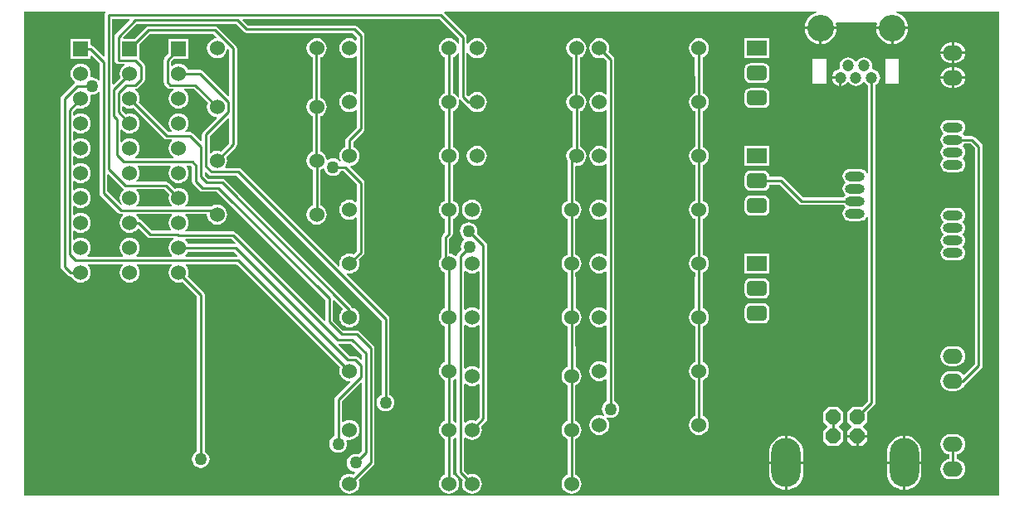
<source format=gtl>
G04 Layer_Physical_Order=1*
G04 Layer_Color=25308*
%FSLAX24Y24*%
%MOIN*%
G70*
G01*
G75*
%ADD10C,0.0100*%
%ADD11O,0.1181X0.1969*%
%ADD12P,0.0639X8X22.5*%
%ADD13O,0.0800X0.0600*%
%ADD14C,0.0472*%
%ADD15C,0.1070*%
%ADD16C,0.0600*%
%ADD17R,0.0600X0.0600*%
G04:AMPARAMS|DCode=18|XSize=60mil|YSize=80mil|CornerRadius=15mil|HoleSize=0mil|Usage=FLASHONLY|Rotation=270.000|XOffset=0mil|YOffset=0mil|HoleType=Round|Shape=RoundedRectangle|*
%AMROUNDEDRECTD18*
21,1,0.0600,0.0500,0,0,270.0*
21,1,0.0300,0.0800,0,0,270.0*
1,1,0.0300,-0.0250,-0.0150*
1,1,0.0300,-0.0250,0.0150*
1,1,0.0300,0.0250,0.0150*
1,1,0.0300,0.0250,-0.0150*
%
%ADD18ROUNDEDRECTD18*%
%ADD19R,0.0800X0.0600*%
%ADD20O,0.0787X0.0394*%
%ADD21C,0.0500*%
G36*
X18182Y25140D02*
Y24139D01*
X17838Y23795D01*
X17789Y23815D01*
X17685Y23829D01*
X17581Y23815D01*
X17483Y23775D01*
X17438Y23740D01*
X17388Y23764D01*
Y24412D01*
X18136Y25160D01*
X18182Y25140D01*
D02*
G37*
G36*
X13971Y25576D02*
X14069Y25536D01*
X14173Y25522D01*
X14278Y25536D01*
X14326Y25556D01*
X15560Y24322D01*
X15610Y24289D01*
X15668Y24277D01*
X15861D01*
X15878Y24227D01*
X15856Y24210D01*
X15792Y24127D01*
X15752Y24030D01*
X15738Y23925D01*
X15752Y23821D01*
X15792Y23723D01*
X15856Y23640D01*
X15931Y23583D01*
X15924Y23545D01*
X15918Y23533D01*
X14397D01*
X14391Y23545D01*
X14384Y23583D01*
X14459Y23640D01*
X14523Y23723D01*
X14563Y23821D01*
X14577Y23925D01*
X14563Y24030D01*
X14523Y24127D01*
X14459Y24210D01*
X14375Y24275D01*
X14278Y24315D01*
X14173Y24329D01*
X14069Y24315D01*
X13971Y24275D01*
X13888Y24210D01*
X13853Y24165D01*
X13803Y24182D01*
Y24669D01*
X13853Y24686D01*
X13888Y24640D01*
X13971Y24576D01*
X14069Y24536D01*
X14173Y24522D01*
X14278Y24536D01*
X14375Y24576D01*
X14459Y24640D01*
X14523Y24723D01*
X14563Y24821D01*
X14577Y24925D01*
X14563Y25030D01*
X14523Y25127D01*
X14459Y25210D01*
X14375Y25275D01*
X14278Y25315D01*
X14173Y25329D01*
X14069Y25315D01*
X14020Y25295D01*
X13876Y25439D01*
Y25586D01*
X13926Y25611D01*
X13971Y25576D01*
D02*
G37*
G36*
X13892Y22322D02*
X13923Y22301D01*
X13930Y22249D01*
X13929Y22242D01*
X13888Y22210D01*
X13824Y22127D01*
X13784Y22030D01*
X13770Y21925D01*
X13784Y21821D01*
X13824Y21723D01*
X13858Y21679D01*
X13820Y21646D01*
X13276Y22190D01*
Y22872D01*
X13322Y22891D01*
X13892Y22322D01*
D02*
G37*
G36*
X16682Y23172D02*
Y22600D01*
X16694Y22541D01*
X16727Y22492D01*
X16995Y22224D01*
X17044Y22191D01*
X17103Y22179D01*
X17674D01*
X22035Y17819D01*
Y17012D01*
X21985Y16991D01*
X18438Y20538D01*
X18389Y20571D01*
X18330Y20583D01*
X16431D01*
X16414Y20630D01*
X16427Y20640D01*
X16491Y20723D01*
X16531Y20821D01*
X16545Y20925D01*
X16531Y21030D01*
X16491Y21127D01*
X16427Y21210D01*
X16405Y21227D01*
X16422Y21277D01*
X17266D01*
X17282Y21260D01*
X17295Y21155D01*
X17336Y21058D01*
X17400Y20975D01*
X17483Y20910D01*
X17581Y20870D01*
X17685Y20856D01*
X17789Y20870D01*
X17887Y20910D01*
X17970Y20975D01*
X18034Y21058D01*
X18075Y21155D01*
X18088Y21260D01*
X18075Y21364D01*
X18034Y21462D01*
X17970Y21545D01*
X17887Y21609D01*
X17789Y21650D01*
X17685Y21663D01*
X17581Y21650D01*
X17483Y21609D01*
X17449Y21583D01*
X16431D01*
X16414Y21630D01*
X16427Y21640D01*
X16491Y21723D01*
X16531Y21821D01*
X16545Y21925D01*
X16531Y22030D01*
X16491Y22127D01*
X16427Y22210D01*
X16343Y22275D01*
X16246Y22315D01*
X16142Y22329D01*
X16037Y22315D01*
X15989Y22295D01*
X15745Y22538D01*
X15695Y22571D01*
X15637Y22583D01*
X14462D01*
X14446Y22630D01*
X14459Y22640D01*
X14523Y22723D01*
X14563Y22821D01*
X14577Y22925D01*
X14563Y23030D01*
X14523Y23127D01*
X14484Y23177D01*
X14509Y23227D01*
X15806D01*
X15831Y23177D01*
X15792Y23127D01*
X15752Y23030D01*
X15738Y22925D01*
X15752Y22821D01*
X15792Y22723D01*
X15856Y22640D01*
X15940Y22576D01*
X16037Y22536D01*
X16142Y22522D01*
X16246Y22536D01*
X16343Y22576D01*
X16427Y22640D01*
X16491Y22723D01*
X16531Y22821D01*
X16545Y22925D01*
X16531Y23030D01*
X16491Y23127D01*
X16453Y23177D01*
X16477Y23227D01*
X16627D01*
X16682Y23172D01*
D02*
G37*
G36*
X12970Y26190D02*
Y22127D01*
X12982Y22068D01*
X13015Y22019D01*
X13712Y21322D01*
X13761Y21289D01*
X13820Y21277D01*
X13893D01*
X13910Y21227D01*
X13888Y21210D01*
X13824Y21127D01*
X13784Y21030D01*
X13770Y20925D01*
X13784Y20821D01*
X13824Y20723D01*
X13888Y20640D01*
X13971Y20576D01*
X14069Y20536D01*
X14173Y20522D01*
X14278Y20536D01*
X14375Y20576D01*
X14459Y20640D01*
X14495Y20688D01*
X14562Y20692D01*
X14892Y20362D01*
X14941Y20329D01*
X15000Y20317D01*
X15917D01*
X15922Y20309D01*
X15930Y20267D01*
X15856Y20210D01*
X15792Y20127D01*
X15752Y20030D01*
X15738Y19925D01*
X15752Y19821D01*
X15792Y19723D01*
X15856Y19640D01*
X15879Y19623D01*
X15862Y19573D01*
X14453D01*
X14436Y19623D01*
X14459Y19640D01*
X14523Y19723D01*
X14563Y19821D01*
X14577Y19925D01*
X14563Y20030D01*
X14523Y20127D01*
X14459Y20210D01*
X14375Y20275D01*
X14278Y20315D01*
X14173Y20329D01*
X14069Y20315D01*
X13971Y20275D01*
X13888Y20210D01*
X13824Y20127D01*
X13784Y20030D01*
X13770Y19925D01*
X13784Y19821D01*
X13824Y19723D01*
X13888Y19640D01*
X13910Y19623D01*
X13893Y19573D01*
X12485D01*
X12468Y19623D01*
X12490Y19640D01*
X12554Y19723D01*
X12594Y19821D01*
X12608Y19925D01*
X12594Y20030D01*
X12554Y20127D01*
X12490Y20210D01*
X12406Y20275D01*
X12309Y20315D01*
X12205Y20329D01*
X12100Y20315D01*
X12003Y20275D01*
X11953Y20236D01*
X11903Y20261D01*
Y20590D01*
X11953Y20614D01*
X12003Y20576D01*
X12100Y20536D01*
X12205Y20522D01*
X12309Y20536D01*
X12406Y20576D01*
X12490Y20640D01*
X12554Y20723D01*
X12594Y20821D01*
X12608Y20925D01*
X12594Y21030D01*
X12554Y21127D01*
X12490Y21210D01*
X12406Y21275D01*
X12309Y21315D01*
X12205Y21329D01*
X12100Y21315D01*
X12003Y21275D01*
X11953Y21236D01*
X11903Y21261D01*
Y21590D01*
X11953Y21614D01*
X12003Y21576D01*
X12100Y21535D01*
X12205Y21522D01*
X12309Y21535D01*
X12406Y21576D01*
X12490Y21640D01*
X12554Y21723D01*
X12594Y21821D01*
X12608Y21925D01*
X12594Y22030D01*
X12554Y22127D01*
X12490Y22210D01*
X12406Y22275D01*
X12309Y22315D01*
X12205Y22329D01*
X12100Y22315D01*
X12003Y22275D01*
X11953Y22236D01*
X11903Y22261D01*
Y22590D01*
X11953Y22614D01*
X12003Y22576D01*
X12100Y22536D01*
X12205Y22522D01*
X12309Y22536D01*
X12406Y22576D01*
X12490Y22640D01*
X12554Y22723D01*
X12594Y22821D01*
X12608Y22925D01*
X12594Y23030D01*
X12554Y23127D01*
X12490Y23210D01*
X12406Y23275D01*
X12309Y23315D01*
X12205Y23329D01*
X12100Y23315D01*
X12003Y23275D01*
X11953Y23236D01*
X11903Y23261D01*
Y23590D01*
X11953Y23614D01*
X12003Y23576D01*
X12100Y23535D01*
X12205Y23522D01*
X12309Y23535D01*
X12406Y23576D01*
X12490Y23640D01*
X12554Y23723D01*
X12594Y23821D01*
X12608Y23925D01*
X12594Y24030D01*
X12554Y24127D01*
X12490Y24210D01*
X12406Y24275D01*
X12309Y24315D01*
X12205Y24329D01*
X12100Y24315D01*
X12003Y24275D01*
X11953Y24236D01*
X11903Y24261D01*
Y24590D01*
X11953Y24614D01*
X12003Y24576D01*
X12100Y24536D01*
X12205Y24522D01*
X12309Y24536D01*
X12406Y24576D01*
X12490Y24640D01*
X12554Y24723D01*
X12594Y24821D01*
X12608Y24925D01*
X12594Y25030D01*
X12554Y25127D01*
X12490Y25210D01*
X12406Y25275D01*
X12309Y25315D01*
X12205Y25329D01*
X12100Y25315D01*
X12003Y25275D01*
X11953Y25236D01*
X11903Y25261D01*
Y25407D01*
X12052Y25556D01*
X12100Y25536D01*
X12205Y25522D01*
X12309Y25536D01*
X12406Y25576D01*
X12490Y25640D01*
X12554Y25723D01*
X12594Y25821D01*
X12608Y25925D01*
X12594Y26030D01*
X12590Y26041D01*
X12620Y26081D01*
X12650Y26077D01*
X12741Y26089D01*
X12827Y26124D01*
X12900Y26180D01*
X12920Y26207D01*
X12970Y26190D01*
D02*
G37*
G36*
X14185Y29081D02*
X13612Y28508D01*
X13579Y28459D01*
X13567Y28400D01*
Y27470D01*
X13579Y27411D01*
X13612Y27362D01*
X13661Y27329D01*
X13720Y27317D01*
X13949D01*
X13953Y27309D01*
X13962Y27267D01*
X13888Y27210D01*
X13824Y27127D01*
X13784Y27030D01*
X13770Y26925D01*
X13784Y26821D01*
X13804Y26772D01*
X13522Y26491D01*
X13476Y26510D01*
Y29127D01*
X14165D01*
X14185Y29081D01*
D02*
G37*
G36*
X27407Y27760D02*
Y26000D01*
X27414Y25963D01*
X27366Y25948D01*
X27349Y25989D01*
X27285Y26073D01*
X27202Y26137D01*
X27153Y26157D01*
Y27583D01*
X27202Y27603D01*
X27285Y27667D01*
X27349Y27751D01*
X27357Y27770D01*
X27407Y27760D01*
D02*
G37*
G36*
X17660Y28403D02*
X17642Y28351D01*
X17581Y28342D01*
X17483Y28302D01*
X17400Y28238D01*
X17336Y28154D01*
X17295Y28057D01*
X17282Y27953D01*
X17295Y27848D01*
X17336Y27751D01*
X17400Y27667D01*
X17483Y27603D01*
X17581Y27563D01*
X17685Y27549D01*
X17789Y27563D01*
X17887Y27603D01*
X17970Y27667D01*
X18034Y27751D01*
X18075Y27848D01*
X18083Y27910D01*
X18136Y27928D01*
X18182Y27882D01*
Y26035D01*
X18136Y26015D01*
X17118Y27033D01*
X17068Y27067D01*
X17010Y27078D01*
X16511D01*
X16491Y27127D01*
X16427Y27210D01*
X16343Y27275D01*
X16246Y27315D01*
X16142Y27329D01*
X16037Y27315D01*
X15940Y27275D01*
X15893Y27238D01*
X15843Y27263D01*
Y27410D01*
X15958Y27525D01*
X16542D01*
Y28325D01*
X15742D01*
Y27741D01*
X15582Y27582D01*
X15549Y27532D01*
X15537Y27473D01*
Y26580D01*
X15549Y26521D01*
X15582Y26472D01*
X15692Y26362D01*
X15741Y26329D01*
X15751Y26327D01*
X15800Y26317D01*
X15917D01*
X15922Y26309D01*
X15930Y26267D01*
X15856Y26210D01*
X15792Y26127D01*
X15752Y26030D01*
X15738Y25925D01*
X15752Y25821D01*
X15792Y25723D01*
X15856Y25640D01*
X15940Y25576D01*
X16037Y25536D01*
X16142Y25522D01*
X16246Y25536D01*
X16343Y25576D01*
X16427Y25640D01*
X16491Y25723D01*
X16531Y25821D01*
X16545Y25925D01*
X16531Y26030D01*
X16491Y26127D01*
X16427Y26210D01*
X16353Y26267D01*
X16362Y26309D01*
X16366Y26317D01*
X16742D01*
X17316Y25744D01*
X17295Y25695D01*
X17282Y25591D01*
X17295Y25486D01*
X17336Y25389D01*
X17400Y25305D01*
X17483Y25241D01*
X17581Y25201D01*
X17663Y25190D01*
X17682Y25139D01*
X17127Y24583D01*
X17094Y24534D01*
X17082Y24475D01*
Y24235D01*
X17036Y24215D01*
X16713Y24538D01*
X16664Y24571D01*
X16605Y24583D01*
X16431D01*
X16414Y24630D01*
X16427Y24640D01*
X16491Y24723D01*
X16531Y24821D01*
X16545Y24925D01*
X16531Y25030D01*
X16491Y25127D01*
X16427Y25210D01*
X16343Y25275D01*
X16246Y25315D01*
X16142Y25329D01*
X16037Y25315D01*
X15940Y25275D01*
X15856Y25210D01*
X15792Y25127D01*
X15752Y25030D01*
X15738Y24925D01*
X15752Y24821D01*
X15792Y24723D01*
X15856Y24640D01*
X15869Y24630D01*
X15853Y24583D01*
X15732D01*
X14543Y25772D01*
X14563Y25821D01*
X14577Y25925D01*
X14563Y26030D01*
X14523Y26127D01*
X14459Y26210D01*
X14385Y26267D01*
X14393Y26309D01*
X14398Y26317D01*
X14400D01*
X14459Y26329D01*
X14508Y26362D01*
X14738Y26592D01*
X14771Y26641D01*
X14783Y26700D01*
Y27240D01*
X14771Y27299D01*
X14738Y27348D01*
X14599Y27487D01*
X14573Y27525D01*
X14573D01*
X14573Y27525D01*
Y28109D01*
X14991Y28527D01*
X17537D01*
X17660Y28403D01*
D02*
G37*
G36*
X15772Y22078D02*
X15752Y22030D01*
X15738Y21925D01*
X15752Y21821D01*
X15792Y21723D01*
X15856Y21640D01*
X15869Y21630D01*
X15853Y21583D01*
X14462D01*
X14446Y21630D01*
X14459Y21640D01*
X14523Y21723D01*
X14563Y21821D01*
X14577Y21925D01*
X14563Y22030D01*
X14523Y22127D01*
X14459Y22210D01*
X14437Y22227D01*
X14454Y22277D01*
X15574D01*
X15772Y22078D01*
D02*
G37*
G36*
X27720Y16777D02*
X27817Y16736D01*
X27921Y16723D01*
X28026Y16736D01*
X28123Y16777D01*
X28177Y16818D01*
X28227Y16793D01*
Y15096D01*
X28177Y15072D01*
X28123Y15113D01*
X28026Y15153D01*
X27921Y15167D01*
X27817Y15153D01*
X27720Y15113D01*
X27663Y15070D01*
X27613Y15094D01*
Y16795D01*
X27663Y16820D01*
X27720Y16777D01*
D02*
G37*
G36*
X23497Y15619D02*
Y15435D01*
X23451Y15415D01*
X23347Y15519D01*
X23298Y15552D01*
X23239Y15564D01*
X23003D01*
X22551Y16015D01*
X22572Y16065D01*
X23050D01*
X23497Y15619D01*
D02*
G37*
G36*
X27307Y14629D02*
Y12930D01*
X27257Y12905D01*
X27202Y12948D01*
X27153Y12968D01*
Y14591D01*
X27202Y14611D01*
X27257Y14654D01*
X27307Y14629D01*
D02*
G37*
G36*
X27720Y14414D02*
X27817Y14374D01*
X27921Y14360D01*
X28026Y14374D01*
X28123Y14414D01*
X28177Y14456D01*
X28227Y14431D01*
Y13121D01*
X28074Y12968D01*
X28026Y12988D01*
X27921Y13002D01*
X27817Y12988D01*
X27720Y12948D01*
X27663Y12904D01*
X27613Y12929D01*
Y14433D01*
X27663Y14458D01*
X27720Y14414D01*
D02*
G37*
G36*
X18416Y20128D02*
X18395Y20078D01*
X16511D01*
X16491Y20127D01*
X16427Y20210D01*
X16405Y20227D01*
X16422Y20277D01*
X18267D01*
X18416Y20128D01*
D02*
G37*
G36*
X15878Y21227D02*
X15856Y21210D01*
X15792Y21127D01*
X15752Y21030D01*
X15738Y20925D01*
X15752Y20821D01*
X15792Y20723D01*
X15831Y20673D01*
X15806Y20623D01*
X15063D01*
X14653Y21033D01*
X14603Y21067D01*
X14545Y21078D01*
X14543D01*
X14523Y21127D01*
X14459Y21210D01*
X14437Y21227D01*
X14454Y21277D01*
X15861D01*
X15878Y21227D01*
D02*
G37*
G36*
X27720Y18942D02*
X27817Y18902D01*
X27921Y18888D01*
X28026Y18902D01*
X28123Y18942D01*
X28177Y18983D01*
X28227Y18959D01*
Y17459D01*
X28177Y17434D01*
X28123Y17475D01*
X28026Y17516D01*
X27921Y17529D01*
X27817Y17516D01*
X27720Y17475D01*
X27663Y17432D01*
X27613Y17457D01*
Y18961D01*
X27663Y18985D01*
X27720Y18942D01*
D02*
G37*
G36*
X18511Y19623D02*
X18490Y19573D01*
X16422D01*
X16405Y19623D01*
X16427Y19640D01*
X16491Y19723D01*
X16511Y19772D01*
X18361D01*
X18511Y19623D01*
D02*
G37*
G36*
X18752Y28612D02*
X18801Y28579D01*
X18860Y28567D01*
X23137D01*
X23297Y28407D01*
Y28292D01*
X23247Y28267D01*
X23202Y28302D01*
X23104Y28342D01*
X23000Y28356D01*
X22896Y28342D01*
X22798Y28302D01*
X22715Y28238D01*
X22651Y28154D01*
X22610Y28057D01*
X22597Y27953D01*
X22610Y27848D01*
X22651Y27751D01*
X22715Y27667D01*
X22798Y27603D01*
X22896Y27563D01*
X23000Y27549D01*
X23104Y27563D01*
X23202Y27603D01*
X23247Y27638D01*
X23297Y27613D01*
Y26127D01*
X23247Y26102D01*
X23202Y26137D01*
X23104Y26177D01*
X23000Y26191D01*
X22896Y26177D01*
X22798Y26137D01*
X22715Y26073D01*
X22651Y25989D01*
X22610Y25892D01*
X22597Y25787D01*
X22610Y25683D01*
X22651Y25586D01*
X22715Y25502D01*
X22798Y25438D01*
X22896Y25398D01*
X23000Y25384D01*
X23104Y25398D01*
X23202Y25438D01*
X23247Y25473D01*
X23297Y25448D01*
Y24773D01*
X22892Y24368D01*
X22859Y24319D01*
X22847Y24260D01*
Y23992D01*
X22798Y23971D01*
X22715Y23907D01*
X22651Y23824D01*
X22610Y23726D01*
X22597Y23622D01*
X22610Y23518D01*
X22651Y23420D01*
X22610Y23393D01*
X22590Y23420D01*
X22517Y23476D01*
X22431Y23511D01*
X22340Y23523D01*
X22249Y23511D01*
X22163Y23476D01*
X22135Y23454D01*
X22082Y23476D01*
X22075Y23530D01*
X22034Y23627D01*
X21970Y23710D01*
X21887Y23775D01*
X21833Y23797D01*
Y25219D01*
X21887Y25241D01*
X21970Y25305D01*
X22034Y25389D01*
X22075Y25486D01*
X22088Y25591D01*
X22075Y25695D01*
X22034Y25792D01*
X21970Y25876D01*
X21887Y25940D01*
X21833Y25962D01*
Y27581D01*
X21887Y27603D01*
X21970Y27667D01*
X22034Y27751D01*
X22075Y27848D01*
X22088Y27953D01*
X22075Y28057D01*
X22034Y28154D01*
X21970Y28238D01*
X21887Y28302D01*
X21789Y28342D01*
X21685Y28356D01*
X21581Y28342D01*
X21483Y28302D01*
X21400Y28238D01*
X21336Y28154D01*
X21295Y28057D01*
X21282Y27953D01*
X21295Y27848D01*
X21336Y27751D01*
X21400Y27667D01*
X21483Y27603D01*
X21527Y27585D01*
Y25958D01*
X21483Y25940D01*
X21400Y25876D01*
X21336Y25792D01*
X21295Y25695D01*
X21282Y25591D01*
X21295Y25486D01*
X21336Y25389D01*
X21400Y25305D01*
X21483Y25241D01*
X21527Y25223D01*
Y23793D01*
X21483Y23775D01*
X21400Y23710D01*
X21336Y23627D01*
X21295Y23530D01*
X21282Y23425D01*
X21295Y23321D01*
X21336Y23223D01*
X21400Y23140D01*
X21483Y23076D01*
X21532Y23056D01*
Y22935D01*
X21536Y22917D01*
X21537Y22910D01*
Y21632D01*
X21483Y21609D01*
X21400Y21545D01*
X21336Y21462D01*
X21295Y21364D01*
X21282Y21260D01*
X21295Y21155D01*
X21336Y21058D01*
X21400Y20975D01*
X21483Y20910D01*
X21581Y20870D01*
X21685Y20856D01*
X21789Y20870D01*
X21887Y20910D01*
X21970Y20975D01*
X22034Y21058D01*
X22075Y21155D01*
X22088Y21260D01*
X22075Y21364D01*
X22034Y21462D01*
X21970Y21545D01*
X21887Y21609D01*
X21843Y21627D01*
Y22930D01*
X21838Y22955D01*
Y23056D01*
X21887Y23076D01*
X21943Y23119D01*
X21997Y23097D01*
X21999Y23079D01*
X22034Y22993D01*
X22090Y22920D01*
X22163Y22864D01*
X22249Y22829D01*
X22340Y22817D01*
X22431Y22829D01*
X22517Y22864D01*
X22590Y22920D01*
X22646Y22993D01*
X22655Y23017D01*
X22757D01*
X23297Y22477D01*
Y21796D01*
X23247Y21771D01*
X23202Y21806D01*
X23104Y21846D01*
X23000Y21860D01*
X22896Y21846D01*
X22798Y21806D01*
X22715Y21742D01*
X22651Y21658D01*
X22610Y21561D01*
X22597Y21457D01*
X22610Y21352D01*
X22651Y21255D01*
X22715Y21171D01*
X22798Y21107D01*
X22896Y21067D01*
X23000Y21053D01*
X23104Y21067D01*
X23202Y21107D01*
X23247Y21142D01*
X23297Y21117D01*
Y19805D01*
X23153Y19661D01*
X23104Y19681D01*
X23000Y19695D01*
X22896Y19681D01*
X22798Y19641D01*
X22715Y19577D01*
X22651Y19493D01*
X22610Y19396D01*
X22597Y19291D01*
X22609Y19198D01*
X22578Y19177D01*
X22564Y19172D01*
X18653Y23083D01*
X18603Y23117D01*
X18545Y23128D01*
X18024D01*
X18000Y23178D01*
X18034Y23223D01*
X18075Y23321D01*
X18088Y23425D01*
X18075Y23530D01*
X18055Y23578D01*
X18443Y23967D01*
X18476Y24017D01*
X18488Y24075D01*
Y27945D01*
X18476Y28003D01*
X18443Y28053D01*
X17708Y28788D01*
X17659Y28821D01*
X17600Y28833D01*
X14928D01*
X14879Y28823D01*
X14869Y28821D01*
X14820Y28788D01*
X14357Y28325D01*
X13932D01*
X13911Y28375D01*
X14463Y28927D01*
X18437D01*
X18752Y28612D01*
D02*
G37*
G36*
X49110Y9945D02*
X9945D01*
Y29425D01*
X13194D01*
X13210Y29389D01*
X13213Y29375D01*
X13182Y29329D01*
X13170Y29270D01*
Y27637D01*
X13124Y27617D01*
X12708Y28033D01*
X12659Y28066D01*
X12605Y28077D01*
Y28325D01*
X11805D01*
Y27525D01*
X12605D01*
Y27639D01*
X12651Y27658D01*
X12970Y27339D01*
Y26670D01*
X12920Y26653D01*
X12900Y26680D01*
X12827Y26736D01*
X12741Y26771D01*
X12650Y26783D01*
X12624Y26780D01*
X12603Y26808D01*
X12595Y26826D01*
X12608Y26925D01*
X12594Y27030D01*
X12554Y27127D01*
X12490Y27210D01*
X12406Y27275D01*
X12309Y27315D01*
X12205Y27329D01*
X12100Y27315D01*
X12003Y27275D01*
X11919Y27210D01*
X11855Y27127D01*
X11815Y27030D01*
X11801Y26925D01*
X11815Y26821D01*
X11855Y26723D01*
X11919Y26640D01*
X11959Y26610D01*
X11957Y26548D01*
X11942Y26538D01*
X11442Y26038D01*
X11409Y25989D01*
X11397Y25930D01*
Y19170D01*
X11409Y19111D01*
X11442Y19062D01*
X11687Y18817D01*
X11736Y18784D01*
X11746Y18782D01*
X11795Y18772D01*
X11835D01*
X11855Y18723D01*
X11919Y18640D01*
X12003Y18576D01*
X12100Y18535D01*
X12205Y18522D01*
X12309Y18535D01*
X12406Y18576D01*
X12490Y18640D01*
X12554Y18723D01*
X12594Y18821D01*
X12608Y18925D01*
X12594Y19030D01*
X12554Y19127D01*
X12490Y19210D01*
X12478Y19220D01*
X12494Y19267D01*
X13884D01*
X13900Y19220D01*
X13888Y19210D01*
X13824Y19127D01*
X13784Y19030D01*
X13770Y18925D01*
X13784Y18821D01*
X13824Y18723D01*
X13888Y18640D01*
X13971Y18576D01*
X14069Y18535D01*
X14173Y18522D01*
X14278Y18535D01*
X14375Y18576D01*
X14459Y18640D01*
X14523Y18723D01*
X14563Y18821D01*
X14577Y18925D01*
X14563Y19030D01*
X14523Y19127D01*
X14459Y19210D01*
X14446Y19220D01*
X14463Y19267D01*
X15852D01*
X15868Y19220D01*
X15856Y19210D01*
X15792Y19127D01*
X15752Y19030D01*
X15738Y18925D01*
X15752Y18821D01*
X15792Y18723D01*
X15856Y18640D01*
X15940Y18576D01*
X16037Y18535D01*
X16142Y18522D01*
X16246Y18535D01*
X16295Y18556D01*
X16877Y17974D01*
Y11735D01*
X16853Y11726D01*
X16780Y11670D01*
X16724Y11597D01*
X16689Y11511D01*
X16677Y11420D01*
X16689Y11329D01*
X16724Y11243D01*
X16780Y11170D01*
X16853Y11114D01*
X16939Y11079D01*
X17030Y11067D01*
X17121Y11079D01*
X17207Y11114D01*
X17280Y11170D01*
X17336Y11243D01*
X17371Y11329D01*
X17383Y11420D01*
X17371Y11511D01*
X17336Y11597D01*
X17280Y11670D01*
X17207Y11726D01*
X17183Y11735D01*
Y18037D01*
X17171Y18095D01*
X17138Y18145D01*
X16511Y18772D01*
X16531Y18821D01*
X16545Y18925D01*
X16531Y19030D01*
X16491Y19127D01*
X16427Y19210D01*
X16415Y19220D01*
X16431Y19267D01*
X18477D01*
X22631Y15114D01*
X22610Y15065D01*
X22597Y14961D01*
X22610Y14856D01*
X22651Y14759D01*
X22715Y14675D01*
X22798Y14611D01*
X22896Y14571D01*
X23000Y14557D01*
X23016Y14559D01*
X23038Y14514D01*
X22442Y13918D01*
X22409Y13869D01*
X22397Y13810D01*
Y12355D01*
X22373Y12346D01*
X22300Y12290D01*
X22244Y12217D01*
X22209Y12131D01*
X22197Y12040D01*
X22209Y11949D01*
X22244Y11863D01*
X22300Y11790D01*
X22373Y11734D01*
X22459Y11699D01*
X22550Y11687D01*
X22641Y11699D01*
X22727Y11734D01*
X22800Y11790D01*
X22856Y11863D01*
X22891Y11949D01*
X22903Y12040D01*
X22891Y12131D01*
X22878Y12163D01*
X22882Y12172D01*
X22914Y12206D01*
X23000Y12195D01*
X23104Y12209D01*
X23202Y12249D01*
X23285Y12313D01*
X23349Y12397D01*
X23390Y12494D01*
X23403Y12598D01*
X23390Y12703D01*
X23349Y12800D01*
X23285Y12884D01*
X23202Y12948D01*
X23104Y12988D01*
X23000Y13002D01*
X22896Y12988D01*
X22798Y12948D01*
X22753Y12913D01*
X22703Y12938D01*
Y13747D01*
X23451Y14495D01*
X23497Y14475D01*
Y11743D01*
X23365Y11611D01*
X23341Y11621D01*
X23250Y11633D01*
X23159Y11621D01*
X23073Y11586D01*
X23000Y11530D01*
X22944Y11457D01*
X22909Y11371D01*
X22897Y11280D01*
X22909Y11189D01*
X22944Y11103D01*
X23000Y11030D01*
X23073Y10974D01*
X23159Y10939D01*
X23212Y10932D01*
X23230Y10879D01*
X23153Y10803D01*
X23104Y10823D01*
X23000Y10837D01*
X22896Y10823D01*
X22798Y10782D01*
X22715Y10718D01*
X22651Y10635D01*
X22610Y10538D01*
X22597Y10433D01*
X22610Y10329D01*
X22651Y10231D01*
X22715Y10148D01*
X22798Y10084D01*
X22896Y10043D01*
X23000Y10030D01*
X23104Y10043D01*
X23202Y10084D01*
X23285Y10148D01*
X23349Y10231D01*
X23390Y10329D01*
X23403Y10433D01*
X23390Y10538D01*
X23370Y10586D01*
X23958Y11175D01*
X23991Y11225D01*
X24003Y11283D01*
Y15882D01*
X23991Y15940D01*
X23958Y15990D01*
X23395Y16554D01*
X23345Y16587D01*
X23286Y16598D01*
X22748D01*
X22341Y17005D01*
Y17807D01*
X22387Y17826D01*
X22738Y17476D01*
X22734Y17426D01*
X22715Y17411D01*
X22651Y17328D01*
X22610Y17230D01*
X22597Y17126D01*
X22610Y17022D01*
X22651Y16924D01*
X22715Y16841D01*
X22798Y16777D01*
X22896Y16736D01*
X23000Y16723D01*
X23104Y16736D01*
X23202Y16777D01*
X23285Y16841D01*
X23349Y16924D01*
X23390Y17022D01*
X23403Y17126D01*
X23390Y17230D01*
X23349Y17328D01*
X23285Y17411D01*
X23202Y17475D01*
X23130Y17505D01*
X23108Y17538D01*
X17992Y22654D01*
X17942Y22687D01*
X17884Y22699D01*
X17327D01*
X17188Y22839D01*
Y22965D01*
X17234Y22985D01*
X17352Y22867D01*
X17401Y22834D01*
X17460Y22822D01*
X18481D01*
X24297Y17007D01*
Y14015D01*
X24273Y14006D01*
X24200Y13950D01*
X24144Y13877D01*
X24109Y13791D01*
X24097Y13700D01*
X24109Y13609D01*
X24144Y13523D01*
X24200Y13450D01*
X24273Y13394D01*
X24359Y13359D01*
X24450Y13347D01*
X24541Y13359D01*
X24627Y13394D01*
X24700Y13450D01*
X24756Y13523D01*
X24791Y13609D01*
X24803Y13700D01*
X24791Y13791D01*
X24756Y13877D01*
X24700Y13950D01*
X24627Y14006D01*
X24603Y14015D01*
Y17070D01*
X24591Y17129D01*
X24558Y17178D01*
X22881Y18855D01*
X22885Y18870D01*
X22907Y18900D01*
X23000Y18888D01*
X23104Y18902D01*
X23202Y18942D01*
X23285Y19006D01*
X23349Y19090D01*
X23390Y19187D01*
X23403Y19291D01*
X23390Y19396D01*
X23370Y19445D01*
X23558Y19633D01*
X23591Y19683D01*
X23603Y19741D01*
Y22540D01*
X23591Y22599D01*
X23558Y22648D01*
X23034Y23173D01*
X23052Y23225D01*
X23104Y23232D01*
X23202Y23273D01*
X23285Y23337D01*
X23349Y23420D01*
X23390Y23518D01*
X23403Y23622D01*
X23390Y23726D01*
X23349Y23824D01*
X23285Y23907D01*
X23202Y23971D01*
X23153Y23992D01*
Y24197D01*
X23558Y24602D01*
X23591Y24651D01*
X23603Y24710D01*
Y28470D01*
X23593Y28519D01*
X23591Y28529D01*
X23558Y28578D01*
X23308Y28828D01*
X23259Y28861D01*
X23200Y28873D01*
X18923D01*
X18715Y29081D01*
X18735Y29127D01*
X26617D01*
X27407Y28337D01*
Y28146D01*
X27357Y28136D01*
X27349Y28154D01*
X27285Y28238D01*
X27202Y28302D01*
X27104Y28342D01*
X27000Y28356D01*
X26896Y28342D01*
X26798Y28302D01*
X26715Y28238D01*
X26651Y28154D01*
X26610Y28057D01*
X26597Y27953D01*
X26610Y27848D01*
X26651Y27751D01*
X26715Y27667D01*
X26798Y27603D01*
X26847Y27583D01*
Y26157D01*
X26798Y26137D01*
X26715Y26073D01*
X26651Y25989D01*
X26610Y25892D01*
X26597Y25787D01*
X26610Y25683D01*
X26651Y25586D01*
X26715Y25502D01*
X26798Y25438D01*
X26847Y25418D01*
Y23992D01*
X26798Y23971D01*
X26715Y23907D01*
X26651Y23824D01*
X26610Y23726D01*
X26597Y23622D01*
X26610Y23518D01*
X26651Y23420D01*
X26715Y23337D01*
X26798Y23273D01*
X26847Y23252D01*
Y21826D01*
X26798Y21806D01*
X26715Y21742D01*
X26651Y21658D01*
X26610Y21561D01*
X26597Y21457D01*
X26610Y21352D01*
X26651Y21255D01*
X26715Y21171D01*
X26798Y21107D01*
X26847Y21087D01*
Y20543D01*
X26752Y20448D01*
X26719Y20399D01*
X26707Y20340D01*
Y19567D01*
X26651Y19493D01*
X26610Y19396D01*
X26597Y19291D01*
X26610Y19187D01*
X26651Y19090D01*
X26715Y19006D01*
X26798Y18942D01*
X26847Y18922D01*
Y17496D01*
X26798Y17475D01*
X26715Y17411D01*
X26651Y17328D01*
X26610Y17230D01*
X26597Y17126D01*
X26610Y17022D01*
X26651Y16924D01*
X26715Y16841D01*
X26798Y16777D01*
X26847Y16756D01*
Y15330D01*
X26798Y15310D01*
X26715Y15246D01*
X26651Y15162D01*
X26610Y15065D01*
X26597Y14961D01*
X26610Y14856D01*
X26651Y14759D01*
X26715Y14675D01*
X26798Y14611D01*
X26847Y14591D01*
Y12968D01*
X26798Y12948D01*
X26715Y12884D01*
X26651Y12800D01*
X26610Y12703D01*
X26597Y12598D01*
X26610Y12494D01*
X26651Y12397D01*
X26715Y12313D01*
X26798Y12249D01*
X26847Y12229D01*
Y10803D01*
X26798Y10782D01*
X26715Y10718D01*
X26651Y10635D01*
X26610Y10538D01*
X26597Y10433D01*
X26610Y10329D01*
X26651Y10231D01*
X26715Y10148D01*
X26798Y10084D01*
X26896Y10043D01*
X27000Y10030D01*
X27104Y10043D01*
X27202Y10084D01*
X27285Y10148D01*
X27349Y10231D01*
X27390Y10329D01*
X27403Y10433D01*
X27390Y10538D01*
X27349Y10635D01*
X27285Y10718D01*
X27202Y10782D01*
X27153Y10803D01*
Y12229D01*
X27202Y12249D01*
X27257Y12291D01*
X27307Y12267D01*
Y10894D01*
X27319Y10836D01*
X27352Y10786D01*
X27552Y10586D01*
X27532Y10538D01*
X27518Y10433D01*
X27532Y10329D01*
X27572Y10231D01*
X27636Y10148D01*
X27720Y10084D01*
X27817Y10043D01*
X27921Y10030D01*
X28026Y10043D01*
X28123Y10084D01*
X28207Y10148D01*
X28271Y10231D01*
X28311Y10329D01*
X28325Y10433D01*
X28311Y10538D01*
X28271Y10635D01*
X28207Y10718D01*
X28123Y10782D01*
X28026Y10823D01*
X27921Y10837D01*
X27817Y10823D01*
X27768Y10803D01*
X27613Y10958D01*
Y12268D01*
X27663Y12292D01*
X27720Y12249D01*
X27817Y12209D01*
X27921Y12195D01*
X28026Y12209D01*
X28123Y12249D01*
X28207Y12313D01*
X28271Y12397D01*
X28311Y12494D01*
X28325Y12598D01*
X28311Y12703D01*
X28291Y12752D01*
X28488Y12949D01*
X28521Y12999D01*
X28533Y13057D01*
Y20010D01*
X28521Y20069D01*
X28488Y20118D01*
X28121Y20485D01*
X28131Y20509D01*
X28143Y20600D01*
X28131Y20691D01*
X28096Y20777D01*
X28040Y20850D01*
X27967Y20906D01*
X27881Y20941D01*
X27790Y20953D01*
X27699Y20941D01*
X27613Y20906D01*
X27540Y20850D01*
X27484Y20777D01*
X27449Y20691D01*
X27437Y20600D01*
X27449Y20509D01*
X27484Y20423D01*
X27540Y20350D01*
X27605Y20301D01*
X27611Y20265D01*
X27609Y20242D01*
X27580Y20220D01*
X27524Y20147D01*
X27489Y20061D01*
X27477Y19970D01*
X27489Y19879D01*
X27499Y19855D01*
X27352Y19708D01*
X27319Y19659D01*
X27311Y19620D01*
X27268Y19599D01*
X27257Y19598D01*
X27202Y19641D01*
X27104Y19681D01*
X27013Y19693D01*
Y20277D01*
X27108Y20372D01*
X27141Y20421D01*
X27153Y20480D01*
Y21087D01*
X27202Y21107D01*
X27285Y21171D01*
X27349Y21255D01*
X27390Y21352D01*
X27403Y21457D01*
X27390Y21561D01*
X27349Y21658D01*
X27285Y21742D01*
X27202Y21806D01*
X27153Y21826D01*
Y23252D01*
X27202Y23273D01*
X27285Y23337D01*
X27349Y23420D01*
X27390Y23518D01*
X27403Y23622D01*
X27390Y23726D01*
X27349Y23824D01*
X27285Y23907D01*
X27202Y23971D01*
X27153Y23992D01*
Y25418D01*
X27202Y25438D01*
X27285Y25502D01*
X27349Y25586D01*
X27390Y25683D01*
X27403Y25787D01*
X27390Y25892D01*
X27386Y25900D01*
X27431Y25924D01*
X27452Y25892D01*
X27664Y25679D01*
X27714Y25646D01*
X27746Y25640D01*
X27769Y25586D01*
X27833Y25502D01*
X27916Y25438D01*
X28014Y25398D01*
X28118Y25384D01*
X28223Y25398D01*
X28320Y25438D01*
X28403Y25502D01*
X28468Y25586D01*
X28508Y25683D01*
X28522Y25787D01*
X28508Y25892D01*
X28468Y25989D01*
X28403Y26073D01*
X28320Y26137D01*
X28223Y26177D01*
X28118Y26191D01*
X28014Y26177D01*
X27916Y26137D01*
X27833Y26073D01*
X27800Y26030D01*
X27750Y26026D01*
X27713Y26063D01*
Y27755D01*
X27763Y27765D01*
X27769Y27751D01*
X27833Y27667D01*
X27916Y27603D01*
X28014Y27563D01*
X28118Y27549D01*
X28223Y27563D01*
X28320Y27603D01*
X28403Y27667D01*
X28468Y27751D01*
X28508Y27848D01*
X28522Y27953D01*
X28508Y28057D01*
X28468Y28154D01*
X28403Y28238D01*
X28320Y28302D01*
X28223Y28342D01*
X28118Y28356D01*
X28014Y28342D01*
X27916Y28302D01*
X27833Y28238D01*
X27769Y28154D01*
X27763Y28141D01*
X27713Y28150D01*
Y28400D01*
X27701Y28459D01*
X27668Y28508D01*
X26801Y29375D01*
X26819Y29425D01*
X41763D01*
X41770Y29375D01*
X41685Y29349D01*
X41575Y29290D01*
X41478Y29211D01*
X41399Y29114D01*
X41340Y29004D01*
X41303Y28884D01*
X41296Y28810D01*
X42562D01*
X42555Y28884D01*
X42539Y28936D01*
X42569Y28976D01*
X44163Y28976D01*
X44193Y28936D01*
X44177Y28884D01*
X44170Y28810D01*
X45436D01*
X45429Y28884D01*
X45393Y29004D01*
X45334Y29114D01*
X45254Y29211D01*
X45158Y29290D01*
X45047Y29349D01*
X44962Y29375D01*
X44969Y29425D01*
X49110D01*
Y9945D01*
D02*
G37*
%LPC*%
G36*
X45436Y28710D02*
X44853D01*
Y28127D01*
X44928Y28134D01*
X45047Y28170D01*
X45158Y28229D01*
X45254Y28309D01*
X45334Y28405D01*
X45393Y28516D01*
X45429Y28635D01*
X45436Y28710D01*
D02*
G37*
G36*
X47441Y25065D02*
X47047D01*
X46970Y25055D01*
X46898Y25025D01*
X46836Y24977D01*
X46788Y24915D01*
X46758Y24843D01*
X46748Y24766D01*
X46758Y24688D01*
X46788Y24616D01*
X46836Y24554D01*
X46853Y24541D01*
Y24491D01*
X46836Y24477D01*
X46788Y24415D01*
X46758Y24343D01*
X46748Y24266D01*
X46758Y24188D01*
X46788Y24116D01*
X46836Y24054D01*
X46853Y24041D01*
Y23991D01*
X46836Y23977D01*
X46788Y23915D01*
X46758Y23843D01*
X46748Y23766D01*
X46758Y23688D01*
X46788Y23616D01*
X46836Y23554D01*
X46853Y23541D01*
Y23491D01*
X46836Y23477D01*
X46788Y23415D01*
X46758Y23343D01*
X46748Y23266D01*
X46758Y23188D01*
X46788Y23116D01*
X46836Y23054D01*
X46898Y23006D01*
X46970Y22977D01*
X47047Y22966D01*
X47441D01*
X47518Y22977D01*
X47591Y23006D01*
X47653Y23054D01*
X47700Y23116D01*
X47730Y23188D01*
X47740Y23266D01*
X47730Y23343D01*
X47700Y23415D01*
X47653Y23477D01*
X47635Y23491D01*
Y23541D01*
X47653Y23554D01*
X47700Y23616D01*
X47730Y23688D01*
X47740Y23766D01*
X47730Y23843D01*
X47700Y23915D01*
X47653Y23977D01*
X47635Y23991D01*
Y24041D01*
X47653Y24054D01*
X47698Y24113D01*
X47951D01*
X48127Y23937D01*
Y15263D01*
X47694Y14830D01*
X47644Y14833D01*
X47629Y14852D01*
X47546Y14916D01*
X47449Y14957D01*
X47344Y14970D01*
X47144D01*
X47040Y14957D01*
X46942Y14916D01*
X46859Y14852D01*
X46795Y14769D01*
X46754Y14671D01*
X46741Y14567D01*
X46754Y14462D01*
X46795Y14365D01*
X46859Y14282D01*
X46942Y14218D01*
X47040Y14177D01*
X47144Y14163D01*
X47344D01*
X47449Y14177D01*
X47546Y14218D01*
X47629Y14282D01*
X47694Y14365D01*
X47724Y14438D01*
X47755Y14459D01*
X48388Y15092D01*
X48421Y15141D01*
X48433Y15200D01*
Y24000D01*
X48421Y24059D01*
X48388Y24108D01*
X48122Y24374D01*
X48073Y24407D01*
X48014Y24419D01*
X47698D01*
X47653Y24477D01*
X47635Y24491D01*
Y24541D01*
X47653Y24554D01*
X47700Y24616D01*
X47730Y24688D01*
X47740Y24766D01*
X47730Y24843D01*
X47700Y24915D01*
X47653Y24977D01*
X47591Y25025D01*
X47518Y25055D01*
X47441Y25065D01*
D02*
G37*
G36*
X37039Y28356D02*
X36935Y28342D01*
X36838Y28302D01*
X36754Y28238D01*
X36690Y28154D01*
X36650Y28057D01*
X36636Y27953D01*
X36650Y27848D01*
X36690Y27751D01*
X36754Y27667D01*
X36838Y27603D01*
X36877Y27587D01*
Y26870D01*
X36886Y26823D01*
Y26157D01*
X36838Y26137D01*
X36754Y26073D01*
X36690Y25989D01*
X36650Y25892D01*
X36636Y25787D01*
X36650Y25683D01*
X36690Y25586D01*
X36754Y25502D01*
X36838Y25438D01*
X36886Y25418D01*
Y23992D01*
X36838Y23971D01*
X36754Y23907D01*
X36690Y23824D01*
X36650Y23726D01*
X36636Y23622D01*
X36650Y23518D01*
X36690Y23420D01*
X36754Y23337D01*
X36838Y23273D01*
X36887Y23252D01*
Y21827D01*
X36838Y21806D01*
X36754Y21742D01*
X36690Y21658D01*
X36650Y21561D01*
X36636Y21457D01*
X36650Y21352D01*
X36690Y21255D01*
X36754Y21171D01*
X36838Y21107D01*
X36886Y21087D01*
Y19661D01*
X36838Y19641D01*
X36754Y19577D01*
X36690Y19493D01*
X36650Y19396D01*
X36636Y19291D01*
X36650Y19187D01*
X36690Y19090D01*
X36754Y19006D01*
X36838Y18942D01*
X36886Y18922D01*
Y18788D01*
X36877Y18741D01*
Y17492D01*
X36838Y17475D01*
X36754Y17411D01*
X36690Y17328D01*
X36650Y17230D01*
X36636Y17126D01*
X36650Y17022D01*
X36690Y16924D01*
X36754Y16841D01*
X36838Y16777D01*
X36886Y16756D01*
Y16661D01*
X36887Y16658D01*
Y15331D01*
X36838Y15310D01*
X36754Y15246D01*
X36690Y15162D01*
X36650Y15065D01*
X36636Y14961D01*
X36650Y14856D01*
X36690Y14759D01*
X36754Y14675D01*
X36838Y14611D01*
X36887Y14591D01*
Y13165D01*
X36838Y13145D01*
X36754Y13081D01*
X36690Y12997D01*
X36650Y12900D01*
X36636Y12795D01*
X36650Y12691D01*
X36690Y12594D01*
X36754Y12510D01*
X36838Y12446D01*
X36935Y12406D01*
X37039Y12392D01*
X37144Y12406D01*
X37241Y12446D01*
X37325Y12510D01*
X37389Y12594D01*
X37429Y12691D01*
X37443Y12795D01*
X37429Y12900D01*
X37389Y12997D01*
X37325Y13081D01*
X37241Y13145D01*
X37193Y13165D01*
Y14591D01*
X37241Y14611D01*
X37325Y14675D01*
X37389Y14759D01*
X37429Y14856D01*
X37443Y14961D01*
X37429Y15065D01*
X37389Y15162D01*
X37325Y15246D01*
X37241Y15310D01*
X37193Y15330D01*
Y16660D01*
X37192Y16663D01*
Y16756D01*
X37241Y16777D01*
X37325Y16841D01*
X37389Y16924D01*
X37429Y17022D01*
X37443Y17126D01*
X37429Y17230D01*
X37389Y17328D01*
X37325Y17411D01*
X37241Y17475D01*
X37183Y17499D01*
Y18703D01*
X37192Y18750D01*
Y18922D01*
X37241Y18942D01*
X37325Y19006D01*
X37389Y19090D01*
X37429Y19187D01*
X37443Y19291D01*
X37429Y19396D01*
X37389Y19493D01*
X37325Y19577D01*
X37241Y19641D01*
X37192Y19661D01*
Y21087D01*
X37241Y21107D01*
X37325Y21171D01*
X37389Y21255D01*
X37429Y21352D01*
X37443Y21457D01*
X37429Y21561D01*
X37389Y21658D01*
X37325Y21742D01*
X37241Y21806D01*
X37193Y21826D01*
Y23253D01*
X37241Y23273D01*
X37325Y23337D01*
X37389Y23420D01*
X37429Y23518D01*
X37443Y23622D01*
X37429Y23726D01*
X37389Y23824D01*
X37325Y23907D01*
X37241Y23971D01*
X37192Y23992D01*
Y25418D01*
X37241Y25438D01*
X37325Y25502D01*
X37389Y25586D01*
X37429Y25683D01*
X37443Y25787D01*
X37429Y25892D01*
X37389Y25989D01*
X37325Y26073D01*
X37241Y26137D01*
X37192Y26157D01*
Y26861D01*
X37183Y26908D01*
Y27579D01*
X37241Y27603D01*
X37325Y27667D01*
X37389Y27751D01*
X37429Y27848D01*
X37443Y27953D01*
X37429Y28057D01*
X37389Y28154D01*
X37325Y28238D01*
X37241Y28302D01*
X37144Y28342D01*
X37039Y28356D01*
D02*
G37*
G36*
X47344Y15970D02*
X47144D01*
X47040Y15957D01*
X46942Y15916D01*
X46859Y15852D01*
X46795Y15769D01*
X46754Y15671D01*
X46741Y15567D01*
X46754Y15462D01*
X46795Y15365D01*
X46859Y15282D01*
X46942Y15218D01*
X47040Y15177D01*
X47144Y15163D01*
X47344D01*
X47449Y15177D01*
X47546Y15218D01*
X47629Y15282D01*
X47694Y15365D01*
X47734Y15462D01*
X47748Y15567D01*
X47734Y15671D01*
X47694Y15769D01*
X47629Y15852D01*
X47546Y15916D01*
X47449Y15957D01*
X47344Y15970D01*
D02*
G37*
G36*
X39620Y18696D02*
X39120D01*
X39023Y18677D01*
X38940Y18622D01*
X38885Y18539D01*
X38865Y18441D01*
Y18141D01*
X38885Y18044D01*
X38940Y17961D01*
X39023Y17906D01*
X39120Y17886D01*
X39620D01*
X39718Y17906D01*
X39800Y17961D01*
X39856Y18044D01*
X39875Y18141D01*
Y18441D01*
X39856Y18539D01*
X39800Y18622D01*
X39718Y18677D01*
X39620Y18696D01*
D02*
G37*
G36*
X39870Y19691D02*
X38870D01*
Y18891D01*
X39870D01*
Y19691D01*
D02*
G37*
G36*
X42562Y28710D02*
X41979D01*
Y28127D01*
X42054Y28134D01*
X42173Y28170D01*
X42284Y28229D01*
X42380Y28309D01*
X42460Y28405D01*
X42519Y28516D01*
X42555Y28635D01*
X42562Y28710D01*
D02*
G37*
G36*
X44753D02*
X44170D01*
X44177Y28635D01*
X44214Y28516D01*
X44273Y28405D01*
X44352Y28309D01*
X44449Y28229D01*
X44559Y28170D01*
X44679Y28134D01*
X44753Y28127D01*
Y28710D01*
D02*
G37*
G36*
X39620Y17696D02*
X39120D01*
X39023Y17677D01*
X38940Y17622D01*
X38885Y17539D01*
X38865Y17441D01*
Y17141D01*
X38885Y17044D01*
X38940Y16961D01*
X39023Y16906D01*
X39120Y16886D01*
X39620D01*
X39718Y16906D01*
X39800Y16961D01*
X39856Y17044D01*
X39875Y17141D01*
Y17441D01*
X39856Y17539D01*
X39800Y17622D01*
X39718Y17677D01*
X39620Y17696D01*
D02*
G37*
G36*
X43801Y12294D02*
X43456D01*
Y11949D01*
X43603D01*
X43801Y12147D01*
Y12294D01*
D02*
G37*
G36*
X45977Y11228D02*
X45333D01*
Y10195D01*
X45419Y10203D01*
X45549Y10243D01*
X45669Y10307D01*
X45774Y10393D01*
X45860Y10498D01*
X45925Y10618D01*
X45964Y10748D01*
X45977Y10884D01*
Y11228D01*
D02*
G37*
G36*
X47344Y12427D02*
X47144D01*
X47040Y12413D01*
X46942Y12373D01*
X46859Y12309D01*
X46795Y12225D01*
X46754Y12128D01*
X46741Y12024D01*
X46754Y11919D01*
X46795Y11822D01*
X46859Y11738D01*
X46942Y11674D01*
X47040Y11634D01*
X47087Y11628D01*
Y11420D01*
X47040Y11413D01*
X46942Y11373D01*
X46859Y11309D01*
X46795Y11225D01*
X46754Y11128D01*
X46741Y11024D01*
X46754Y10919D01*
X46795Y10822D01*
X46859Y10738D01*
X46942Y10674D01*
X47040Y10634D01*
X47144Y10620D01*
X47344D01*
X47449Y10634D01*
X47546Y10674D01*
X47629Y10738D01*
X47694Y10822D01*
X47734Y10919D01*
X47748Y11024D01*
X47734Y11128D01*
X47694Y11225D01*
X47629Y11309D01*
X47546Y11373D01*
X47449Y11413D01*
X47393Y11421D01*
Y11627D01*
X47449Y11634D01*
X47546Y11674D01*
X47629Y11738D01*
X47694Y11822D01*
X47734Y11919D01*
X47748Y12024D01*
X47734Y12128D01*
X47694Y12225D01*
X47629Y12309D01*
X47546Y12373D01*
X47449Y12413D01*
X47344Y12427D01*
D02*
G37*
G36*
X45233Y11228D02*
X44590D01*
Y10884D01*
X44603Y10748D01*
X44642Y10618D01*
X44707Y10498D01*
X44793Y10393D01*
X44898Y10307D01*
X45018Y10243D01*
X45148Y10203D01*
X45233Y10195D01*
Y11228D01*
D02*
G37*
G36*
X40493D02*
X39849D01*
Y10884D01*
X39863Y10748D01*
X39902Y10618D01*
X39966Y10498D01*
X40053Y10393D01*
X40158Y10307D01*
X40278Y10243D01*
X40408Y10203D01*
X40493Y10195D01*
Y11228D01*
D02*
G37*
G36*
X41237D02*
X40593D01*
Y10195D01*
X40679Y10203D01*
X40809Y10243D01*
X40929Y10307D01*
X41034Y10393D01*
X41120Y10498D01*
X41184Y10618D01*
X41224Y10748D01*
X41237Y10884D01*
Y11228D01*
D02*
G37*
G36*
X40493Y12360D02*
X40408Y12352D01*
X40278Y12312D01*
X40158Y12248D01*
X40053Y12162D01*
X39966Y12057D01*
X39902Y11937D01*
X39863Y11807D01*
X39849Y11671D01*
Y11328D01*
X40493D01*
Y12360D01*
D02*
G37*
G36*
X42619Y13527D02*
X42224D01*
X42026Y13330D01*
Y12934D01*
X42222Y12738D01*
X42026Y12542D01*
Y12147D01*
X42224Y11949D01*
X42619D01*
X42817Y12147D01*
Y12542D01*
X42620Y12738D01*
X42817Y12934D01*
Y13330D01*
X42619Y13527D01*
D02*
G37*
G36*
X43356Y12294D02*
X43010D01*
Y12147D01*
X43208Y11949D01*
X43356D01*
Y12294D01*
D02*
G37*
G36*
X45333Y12360D02*
Y11328D01*
X45977D01*
Y11671D01*
X45964Y11807D01*
X45925Y11937D01*
X45860Y12057D01*
X45774Y12162D01*
X45669Y12248D01*
X45549Y12312D01*
X45419Y12352D01*
X45333Y12360D01*
D02*
G37*
G36*
X40593D02*
Y11328D01*
X41237D01*
Y11671D01*
X41224Y11807D01*
X41184Y11937D01*
X41120Y12057D01*
X41034Y12162D01*
X40929Y12248D01*
X40809Y12312D01*
X40679Y12352D01*
X40593Y12360D01*
D02*
G37*
G36*
X45233D02*
X45148Y12352D01*
X45018Y12312D01*
X44898Y12248D01*
X44793Y12162D01*
X44707Y12057D01*
X44642Y11937D01*
X44603Y11807D01*
X44590Y11671D01*
Y11328D01*
X45233D01*
Y12360D01*
D02*
G37*
G36*
X47194Y27175D02*
X47144D01*
X47040Y27161D01*
X46942Y27121D01*
X46859Y27057D01*
X46795Y26973D01*
X46754Y26876D01*
X46747Y26822D01*
X47194D01*
Y27175D01*
D02*
G37*
G36*
X39620Y27358D02*
X39120D01*
X39023Y27338D01*
X38940Y27283D01*
X38885Y27200D01*
X38865Y27103D01*
Y26803D01*
X38885Y26705D01*
X38940Y26623D01*
X39023Y26567D01*
X39120Y26548D01*
X39620D01*
X39718Y26567D01*
X39800Y26623D01*
X39856Y26705D01*
X39875Y26803D01*
Y27103D01*
X39856Y27200D01*
X39800Y27283D01*
X39718Y27338D01*
X39620Y27358D01*
D02*
G37*
G36*
Y26358D02*
X39120D01*
X39023Y26338D01*
X38940Y26283D01*
X38885Y26200D01*
X38865Y26103D01*
Y25803D01*
X38885Y25705D01*
X38940Y25623D01*
X39023Y25567D01*
X39120Y25548D01*
X39620D01*
X39718Y25567D01*
X39800Y25623D01*
X39856Y25705D01*
X39875Y25803D01*
Y26103D01*
X39856Y26200D01*
X39800Y26283D01*
X39718Y26338D01*
X39620Y26358D01*
D02*
G37*
G36*
X47194Y27722D02*
X46747D01*
X46754Y27667D01*
X46795Y27570D01*
X46859Y27486D01*
X46942Y27422D01*
X47040Y27382D01*
X47144Y27368D01*
X47194D01*
Y27722D01*
D02*
G37*
G36*
X47344Y27175D02*
X47294D01*
Y26822D01*
X47741D01*
X47734Y26876D01*
X47694Y26973D01*
X47629Y27057D01*
X47546Y27121D01*
X47449Y27161D01*
X47344Y27175D01*
D02*
G37*
G36*
X44528Y27520D02*
X44528Y26535D01*
X45079Y26535D01*
X45079Y27520D01*
X44528Y27520D01*
D02*
G37*
G36*
X42667Y26722D02*
X42384D01*
X42389Y26684D01*
X42423Y26602D01*
X42477Y26532D01*
X42547Y26478D01*
X42629Y26444D01*
X42667Y26439D01*
Y26722D01*
D02*
G37*
G36*
X42165Y27520D02*
X41614D01*
Y26535D01*
X42165D01*
Y27520D01*
D02*
G37*
G36*
X47741Y26722D02*
X47294D01*
Y26368D01*
X47344D01*
X47449Y26382D01*
X47546Y26422D01*
X47629Y26486D01*
X47694Y26570D01*
X47734Y26667D01*
X47741Y26722D01*
D02*
G37*
G36*
X33039Y28356D02*
X32935Y28342D01*
X32838Y28302D01*
X32754Y28238D01*
X32690Y28154D01*
X32650Y28057D01*
X32636Y27953D01*
X32650Y27848D01*
X32690Y27751D01*
X32754Y27667D01*
X32838Y27603D01*
X32935Y27563D01*
X33039Y27549D01*
X33144Y27563D01*
X33193Y27583D01*
X33337Y27439D01*
Y26126D01*
X33287Y26102D01*
X33241Y26137D01*
X33144Y26177D01*
X33039Y26191D01*
X32935Y26177D01*
X32838Y26137D01*
X32754Y26073D01*
X32690Y25989D01*
X32650Y25892D01*
X32636Y25787D01*
X32650Y25683D01*
X32690Y25586D01*
X32754Y25502D01*
X32838Y25438D01*
X32935Y25398D01*
X33039Y25384D01*
X33144Y25398D01*
X33241Y25438D01*
X33287Y25473D01*
X33337Y25449D01*
Y23961D01*
X33287Y23936D01*
X33241Y23971D01*
X33144Y24012D01*
X33039Y24026D01*
X32935Y24012D01*
X32838Y23971D01*
X32754Y23907D01*
X32690Y23824D01*
X32650Y23726D01*
X32636Y23622D01*
X32650Y23518D01*
X32690Y23420D01*
X32754Y23337D01*
X32838Y23273D01*
X32935Y23232D01*
X33039Y23219D01*
X33144Y23232D01*
X33241Y23273D01*
X33287Y23308D01*
X33337Y23283D01*
Y21795D01*
X33287Y21771D01*
X33241Y21806D01*
X33144Y21846D01*
X33039Y21860D01*
X32935Y21846D01*
X32838Y21806D01*
X32754Y21742D01*
X32690Y21658D01*
X32650Y21561D01*
X32636Y21457D01*
X32650Y21352D01*
X32690Y21255D01*
X32754Y21171D01*
X32838Y21107D01*
X32935Y21067D01*
X33039Y21053D01*
X33144Y21067D01*
X33241Y21107D01*
X33287Y21143D01*
X33337Y21118D01*
Y19630D01*
X33287Y19605D01*
X33241Y19641D01*
X33144Y19681D01*
X33039Y19695D01*
X32935Y19681D01*
X32838Y19641D01*
X32754Y19577D01*
X32690Y19493D01*
X32650Y19396D01*
X32636Y19291D01*
X32650Y19187D01*
X32690Y19090D01*
X32754Y19006D01*
X32838Y18942D01*
X32935Y18902D01*
X33039Y18888D01*
X33144Y18902D01*
X33241Y18942D01*
X33287Y18977D01*
X33337Y18953D01*
Y17465D01*
X33287Y17440D01*
X33241Y17475D01*
X33144Y17516D01*
X33039Y17529D01*
X32935Y17516D01*
X32838Y17475D01*
X32754Y17411D01*
X32690Y17328D01*
X32650Y17230D01*
X32636Y17126D01*
X32650Y17022D01*
X32690Y16924D01*
X32754Y16841D01*
X32838Y16777D01*
X32935Y16736D01*
X33039Y16723D01*
X33144Y16736D01*
X33241Y16777D01*
X33287Y16812D01*
X33337Y16787D01*
Y15299D01*
X33287Y15275D01*
X33241Y15310D01*
X33144Y15350D01*
X33039Y15364D01*
X32935Y15350D01*
X32838Y15310D01*
X32754Y15246D01*
X32690Y15162D01*
X32650Y15065D01*
X32636Y14961D01*
X32650Y14856D01*
X32690Y14759D01*
X32754Y14675D01*
X32838Y14611D01*
X32935Y14571D01*
X33039Y14557D01*
X33144Y14571D01*
X33241Y14611D01*
X33287Y14647D01*
X33337Y14622D01*
Y13755D01*
X33313Y13746D01*
X33240Y13690D01*
X33184Y13617D01*
X33149Y13531D01*
X33137Y13440D01*
X33149Y13349D01*
X33184Y13263D01*
X33231Y13203D01*
X33199Y13162D01*
X33144Y13185D01*
X33039Y13199D01*
X32935Y13185D01*
X32838Y13145D01*
X32754Y13081D01*
X32690Y12997D01*
X32650Y12900D01*
X32636Y12795D01*
X32650Y12691D01*
X32690Y12594D01*
X32754Y12510D01*
X32838Y12446D01*
X32935Y12406D01*
X33039Y12392D01*
X33144Y12406D01*
X33241Y12446D01*
X33325Y12510D01*
X33389Y12594D01*
X33429Y12691D01*
X33443Y12795D01*
X33429Y12900D01*
X33389Y12997D01*
X33330Y13073D01*
X33342Y13099D01*
X33358Y13116D01*
X33399Y13099D01*
X33490Y13087D01*
X33581Y13099D01*
X33667Y13134D01*
X33740Y13190D01*
X33796Y13263D01*
X33831Y13349D01*
X33843Y13440D01*
X33831Y13531D01*
X33796Y13617D01*
X33740Y13690D01*
X33667Y13746D01*
X33643Y13755D01*
Y27502D01*
X33631Y27561D01*
X33598Y27610D01*
X33409Y27800D01*
X33429Y27848D01*
X33443Y27953D01*
X33429Y28057D01*
X33389Y28154D01*
X33325Y28238D01*
X33241Y28302D01*
X33144Y28342D01*
X33039Y28356D01*
D02*
G37*
G36*
X47194Y26722D02*
X46747D01*
X46754Y26667D01*
X46795Y26570D01*
X46859Y26486D01*
X46942Y26422D01*
X47040Y26382D01*
X47144Y26368D01*
X47194D01*
Y26722D01*
D02*
G37*
G36*
X39870Y24022D02*
X38870D01*
Y23222D01*
X39870D01*
Y24022D01*
D02*
G37*
G36*
X47194Y28175D02*
X47144D01*
X47040Y28161D01*
X46942Y28121D01*
X46859Y28057D01*
X46795Y27973D01*
X46754Y27876D01*
X46747Y27822D01*
X47194D01*
Y28175D01*
D02*
G37*
G36*
X27921Y21860D02*
X27817Y21846D01*
X27720Y21806D01*
X27636Y21742D01*
X27572Y21658D01*
X27532Y21561D01*
X27518Y21457D01*
X27532Y21352D01*
X27572Y21255D01*
X27636Y21171D01*
X27720Y21107D01*
X27817Y21067D01*
X27921Y21053D01*
X28026Y21067D01*
X28123Y21107D01*
X28207Y21171D01*
X28271Y21255D01*
X28311Y21352D01*
X28325Y21457D01*
X28311Y21561D01*
X28271Y21658D01*
X28207Y21742D01*
X28123Y21806D01*
X28026Y21846D01*
X27921Y21860D01*
D02*
G37*
G36*
X47344Y28175D02*
X47294D01*
Y27822D01*
X47741D01*
X47734Y27876D01*
X47694Y27973D01*
X47629Y28057D01*
X47546Y28121D01*
X47449Y28161D01*
X47344Y28175D01*
D02*
G37*
G36*
X47441Y21522D02*
X47047D01*
X46970Y21512D01*
X46898Y21482D01*
X46836Y21434D01*
X46788Y21372D01*
X46758Y21300D01*
X46748Y21222D01*
X46758Y21145D01*
X46788Y21073D01*
X46836Y21011D01*
X46853Y20997D01*
Y20947D01*
X46836Y20934D01*
X46788Y20872D01*
X46758Y20800D01*
X46748Y20722D01*
X46758Y20645D01*
X46788Y20573D01*
X46836Y20511D01*
X46853Y20497D01*
Y20447D01*
X46836Y20434D01*
X46788Y20372D01*
X46758Y20300D01*
X46748Y20222D01*
X46758Y20145D01*
X46788Y20073D01*
X46836Y20011D01*
X46853Y19997D01*
Y19947D01*
X46836Y19934D01*
X46788Y19872D01*
X46758Y19800D01*
X46748Y19722D01*
X46758Y19645D01*
X46788Y19573D01*
X46836Y19511D01*
X46898Y19463D01*
X46970Y19433D01*
X47047Y19423D01*
X47441D01*
X47518Y19433D01*
X47591Y19463D01*
X47653Y19511D01*
X47700Y19573D01*
X47730Y19645D01*
X47740Y19722D01*
X47730Y19800D01*
X47700Y19872D01*
X47653Y19934D01*
X47635Y19947D01*
Y19997D01*
X47653Y20011D01*
X47700Y20073D01*
X47730Y20145D01*
X47740Y20222D01*
X47730Y20300D01*
X47700Y20372D01*
X47653Y20434D01*
X47635Y20447D01*
Y20497D01*
X47653Y20511D01*
X47700Y20573D01*
X47730Y20645D01*
X47740Y20722D01*
X47730Y20800D01*
X47700Y20872D01*
X47653Y20934D01*
X47635Y20947D01*
Y20997D01*
X47653Y21011D01*
X47700Y21073D01*
X47730Y21145D01*
X47740Y21222D01*
X47730Y21300D01*
X47700Y21372D01*
X47653Y21434D01*
X47591Y21482D01*
X47518Y21512D01*
X47441Y21522D01*
D02*
G37*
G36*
X41879Y28710D02*
X41296D01*
X41303Y28635D01*
X41340Y28516D01*
X41399Y28405D01*
X41478Y28309D01*
X41575Y28229D01*
X41685Y28170D01*
X41805Y28134D01*
X41879Y28127D01*
Y28710D01*
D02*
G37*
G36*
X39620Y22027D02*
X39120D01*
X39023Y22008D01*
X38940Y21952D01*
X38885Y21870D01*
X38865Y21772D01*
Y21472D01*
X38885Y21374D01*
X38940Y21292D01*
X39023Y21237D01*
X39120Y21217D01*
X39620D01*
X39718Y21237D01*
X39800Y21292D01*
X39856Y21374D01*
X39875Y21472D01*
Y21772D01*
X39856Y21870D01*
X39800Y21952D01*
X39718Y22008D01*
X39620Y22027D01*
D02*
G37*
G36*
X28118Y24025D02*
X28014Y24012D01*
X27916Y23971D01*
X27833Y23907D01*
X27769Y23824D01*
X27728Y23726D01*
X27715Y23622D01*
X27728Y23518D01*
X27769Y23420D01*
X27833Y23337D01*
X27916Y23273D01*
X28014Y23232D01*
X28118Y23219D01*
X28223Y23232D01*
X28320Y23273D01*
X28403Y23337D01*
X28468Y23420D01*
X28508Y23518D01*
X28522Y23622D01*
X28508Y23726D01*
X28468Y23824D01*
X28403Y23907D01*
X28320Y23971D01*
X28223Y24012D01*
X28118Y24025D01*
D02*
G37*
G36*
X32118Y28356D02*
X32014Y28342D01*
X31916Y28302D01*
X31833Y28238D01*
X31769Y28154D01*
X31728Y28057D01*
X31715Y27953D01*
X31728Y27848D01*
X31769Y27751D01*
X31833Y27667D01*
X31916Y27603D01*
X31957Y27587D01*
Y26154D01*
X31916Y26137D01*
X31833Y26073D01*
X31769Y25989D01*
X31728Y25892D01*
X31715Y25787D01*
X31728Y25683D01*
X31769Y25586D01*
X31833Y25502D01*
X31916Y25438D01*
X31965Y25418D01*
Y25252D01*
X31967Y25242D01*
Y23992D01*
X31916Y23971D01*
X31833Y23907D01*
X31769Y23824D01*
X31728Y23726D01*
X31715Y23622D01*
X31728Y23518D01*
X31767Y23424D01*
X31767Y23424D01*
Y22540D01*
X31768Y22534D01*
Y21826D01*
X31720Y21806D01*
X31636Y21742D01*
X31572Y21658D01*
X31532Y21561D01*
X31518Y21457D01*
X31532Y21352D01*
X31572Y21255D01*
X31636Y21171D01*
X31720Y21107D01*
X31768Y21087D01*
Y20915D01*
X31767Y20909D01*
Y19660D01*
X31720Y19641D01*
X31636Y19577D01*
X31572Y19493D01*
X31532Y19396D01*
X31518Y19291D01*
X31532Y19187D01*
X31572Y19090D01*
X31636Y19006D01*
X31720Y18942D01*
X31768Y18922D01*
Y18759D01*
X31777Y18715D01*
Y17499D01*
X31720Y17475D01*
X31636Y17411D01*
X31572Y17328D01*
X31532Y17230D01*
X31518Y17126D01*
X31532Y17022D01*
X31572Y16924D01*
X31636Y16841D01*
X31720Y16777D01*
X31768Y16756D01*
Y15949D01*
X31777Y15905D01*
Y15137D01*
X31720Y15113D01*
X31636Y15049D01*
X31572Y14966D01*
X31532Y14868D01*
X31518Y14764D01*
X31532Y14659D01*
X31572Y14562D01*
X31636Y14478D01*
X31720Y14414D01*
X31768Y14394D01*
Y12968D01*
X31720Y12948D01*
X31636Y12884D01*
X31572Y12800D01*
X31532Y12703D01*
X31518Y12598D01*
X31532Y12494D01*
X31572Y12397D01*
X31636Y12313D01*
X31720Y12249D01*
X31768Y12229D01*
Y10803D01*
X31720Y10782D01*
X31636Y10718D01*
X31572Y10635D01*
X31532Y10538D01*
X31518Y10433D01*
X31532Y10329D01*
X31572Y10231D01*
X31636Y10148D01*
X31720Y10084D01*
X31817Y10043D01*
X31921Y10030D01*
X32026Y10043D01*
X32123Y10084D01*
X32207Y10148D01*
X32271Y10231D01*
X32311Y10329D01*
X32325Y10433D01*
X32311Y10538D01*
X32271Y10635D01*
X32207Y10718D01*
X32123Y10782D01*
X32074Y10803D01*
Y12229D01*
X32123Y12249D01*
X32207Y12313D01*
X32271Y12397D01*
X32311Y12494D01*
X32325Y12598D01*
X32311Y12703D01*
X32271Y12800D01*
X32207Y12884D01*
X32123Y12948D01*
X32074Y12968D01*
Y14394D01*
X32123Y14414D01*
X32207Y14478D01*
X32271Y14562D01*
X32311Y14659D01*
X32325Y14764D01*
X32311Y14868D01*
X32271Y14966D01*
X32207Y15049D01*
X32123Y15113D01*
X32083Y15130D01*
Y15940D01*
X32074Y15984D01*
Y16756D01*
X32123Y16777D01*
X32207Y16841D01*
X32271Y16924D01*
X32311Y17022D01*
X32325Y17126D01*
X32311Y17230D01*
X32271Y17328D01*
X32207Y17411D01*
X32123Y17475D01*
X32083Y17492D01*
Y18750D01*
X32074Y18794D01*
Y18922D01*
X32123Y18942D01*
X32207Y19006D01*
X32271Y19090D01*
X32311Y19187D01*
X32325Y19291D01*
X32311Y19396D01*
X32271Y19493D01*
X32207Y19577D01*
X32123Y19641D01*
X32073Y19661D01*
Y20904D01*
X32074Y20910D01*
Y21087D01*
X32123Y21107D01*
X32207Y21171D01*
X32271Y21255D01*
X32311Y21352D01*
X32325Y21457D01*
X32311Y21561D01*
X32271Y21658D01*
X32207Y21742D01*
X32123Y21806D01*
X32074Y21826D01*
Y22539D01*
X32073Y22545D01*
Y23187D01*
X32111Y23220D01*
X32118Y23219D01*
X32223Y23232D01*
X32320Y23273D01*
X32403Y23337D01*
X32468Y23420D01*
X32508Y23518D01*
X32522Y23622D01*
X32508Y23726D01*
X32468Y23824D01*
X32403Y23907D01*
X32320Y23971D01*
X32273Y23991D01*
Y25250D01*
X32271Y25259D01*
Y25418D01*
X32320Y25438D01*
X32403Y25502D01*
X32468Y25586D01*
X32508Y25683D01*
X32522Y25787D01*
X32508Y25892D01*
X32468Y25989D01*
X32403Y26073D01*
X32320Y26137D01*
X32263Y26160D01*
Y27580D01*
X32320Y27603D01*
X32403Y27667D01*
X32468Y27751D01*
X32508Y27848D01*
X32522Y27953D01*
X32508Y28057D01*
X32468Y28154D01*
X32403Y28238D01*
X32320Y28302D01*
X32223Y28342D01*
X32118Y28356D01*
D02*
G37*
G36*
X47741Y27722D02*
X47294D01*
Y27368D01*
X47344D01*
X47449Y27382D01*
X47546Y27422D01*
X47629Y27486D01*
X47694Y27570D01*
X47734Y27667D01*
X47741Y27722D01*
D02*
G37*
G36*
X39870Y28353D02*
X38870D01*
Y27553D01*
X39870D01*
Y28353D01*
D02*
G37*
G36*
X43661Y27583D02*
X43574Y27572D01*
X43492Y27538D01*
X43422Y27484D01*
X43375Y27423D01*
X43351Y27419D01*
X43342D01*
X43318Y27423D01*
X43271Y27484D01*
X43201Y27538D01*
X43119Y27572D01*
X43032Y27583D01*
X42944Y27572D01*
X42862Y27538D01*
X42792Y27484D01*
X42738Y27414D01*
X42704Y27332D01*
X42692Y27244D01*
X42704Y27156D01*
X42671Y27105D01*
X42629Y27099D01*
X42547Y27065D01*
X42477Y27011D01*
X42423Y26941D01*
X42389Y26859D01*
X42384Y26822D01*
X42717D01*
Y26772D01*
X42767D01*
Y26439D01*
X42804Y26444D01*
X42886Y26478D01*
X42956Y26532D01*
X43003Y26592D01*
X43027Y26597D01*
X43036D01*
X43060Y26592D01*
X43107Y26532D01*
X43177Y26478D01*
X43259Y26444D01*
X43346Y26433D01*
X43434Y26444D01*
X43516Y26478D01*
X43586Y26532D01*
X43633Y26592D01*
X43657Y26597D01*
X43666D01*
X43690Y26592D01*
X43737Y26532D01*
X43807Y26478D01*
X43823Y26471D01*
Y22932D01*
X43773Y22922D01*
X43763Y22947D01*
X43716Y23009D01*
X43654Y23057D01*
X43581Y23086D01*
X43504Y23097D01*
X43110D01*
X43033Y23086D01*
X42961Y23057D01*
X42899Y23009D01*
X42851Y22947D01*
X42821Y22875D01*
X42811Y22797D01*
X42821Y22720D01*
X42851Y22648D01*
X42899Y22586D01*
X42916Y22572D01*
Y22522D01*
X42899Y22509D01*
X42851Y22447D01*
X42821Y22375D01*
X42811Y22297D01*
X42821Y22220D01*
X42851Y22148D01*
X42899Y22086D01*
X42916Y22072D01*
Y22022D01*
X42899Y22009D01*
X42853Y21950D01*
X41233D01*
X40453Y22730D01*
X40404Y22763D01*
X40345Y22775D01*
X39874D01*
X39856Y22870D01*
X39800Y22952D01*
X39718Y23008D01*
X39620Y23027D01*
X39120D01*
X39023Y23008D01*
X38940Y22952D01*
X38885Y22870D01*
X38865Y22772D01*
Y22472D01*
X38885Y22374D01*
X38940Y22292D01*
X39023Y22237D01*
X39120Y22217D01*
X39620D01*
X39718Y22237D01*
X39800Y22292D01*
X39856Y22374D01*
X39874Y22469D01*
X40282D01*
X41062Y21689D01*
X41111Y21656D01*
X41170Y21644D01*
X42853D01*
X42899Y21586D01*
X42916Y21572D01*
Y21522D01*
X42899Y21509D01*
X42851Y21447D01*
X42821Y21375D01*
X42811Y21297D01*
X42821Y21220D01*
X42851Y21148D01*
X42899Y21086D01*
X42961Y21038D01*
X43033Y21008D01*
X43110Y20998D01*
X43504D01*
X43581Y21008D01*
X43654Y21038D01*
X43716Y21086D01*
X43763Y21148D01*
X43773Y21172D01*
X43823Y21162D01*
Y13766D01*
X43585Y13527D01*
X43208D01*
X43010Y13330D01*
Y12934D01*
X43206Y12738D01*
X43010Y12542D01*
Y12394D01*
X43801D01*
Y12542D01*
X43605Y12738D01*
X43801Y12934D01*
Y13311D01*
X44085Y13595D01*
X44118Y13644D01*
X44129Y13703D01*
Y26471D01*
X44146Y26478D01*
X44216Y26532D01*
X44270Y26602D01*
X44304Y26684D01*
X44316Y26772D01*
X44304Y26859D01*
X44270Y26941D01*
X44216Y27011D01*
X44146Y27065D01*
X44064Y27099D01*
X44047Y27101D01*
X44035Y27110D01*
X44025Y27112D01*
X43989Y27156D01*
X43990Y27166D01*
X44001Y27244D01*
X43989Y27332D01*
X43955Y27414D01*
X43901Y27484D01*
X43831Y27538D01*
X43749Y27572D01*
X43661Y27583D01*
D02*
G37*
%LPD*%
D10*
X41170Y21797D02*
X43307D01*
X40345Y22622D02*
X41170Y21797D01*
X39370Y22622D02*
X40345D01*
X47244Y24266D02*
X48014D01*
X48280Y24000D01*
Y15200D02*
Y24000D01*
X47647Y14567D02*
X48280Y15200D01*
X47244Y14567D02*
X47647D01*
X21680Y27948D02*
X21685Y27953D01*
X21680Y25596D02*
Y27948D01*
Y25596D02*
X21685Y25591D01*
X21680Y23430D02*
X21685Y23425D01*
X21680Y23430D02*
Y25586D01*
X21685Y25591D01*
Y21260D02*
X21690Y21265D01*
Y22930D01*
X21685Y22935D02*
X21690Y22930D01*
X21685Y22935D02*
Y23425D01*
X27000Y10433D02*
Y12598D01*
Y25787D02*
Y27953D01*
Y17126D02*
Y19291D01*
Y12598D02*
Y14961D01*
Y17126D01*
Y23622D02*
Y25787D01*
Y21457D02*
Y23622D01*
X37039Y19291D02*
Y21457D01*
X37039Y12795D02*
X37040Y12796D01*
Y14960D01*
X37039Y14961D02*
X37040Y14960D01*
X37039Y18750D02*
Y19291D01*
X37030Y18741D02*
X37039Y18750D01*
X37030Y17126D02*
X37039D01*
Y14961D02*
X37040Y14961D01*
Y16660D01*
X37039Y16661D02*
X37040Y16660D01*
X37039Y16661D02*
Y17126D01*
X37039Y23622D02*
X37040Y23621D01*
Y21457D02*
Y23621D01*
X37039Y21457D02*
X37040Y21457D01*
X37030Y27943D02*
X37039Y27953D01*
X37030Y26870D02*
Y27943D01*
Y26870D02*
X37039Y26861D01*
Y25787D02*
Y26861D01*
Y23622D02*
Y25787D01*
X31921Y12598D02*
Y14764D01*
Y10433D02*
Y12598D01*
X32110Y25796D02*
X32118Y25787D01*
X32110Y25796D02*
Y27945D01*
X32118Y27953D01*
Y23622D02*
X32120Y23624D01*
Y25250D01*
X32118Y25252D02*
X32120Y25250D01*
X32118Y25252D02*
Y25787D01*
X31920Y23424D02*
X32118Y23622D01*
X31920Y22540D02*
Y23424D01*
Y22540D02*
X31921Y22539D01*
Y21457D02*
Y22539D01*
Y14764D02*
X31930Y14773D01*
Y15940D01*
X31921Y15949D02*
X31930Y15940D01*
X31921Y15949D02*
Y17126D01*
Y20910D02*
Y21457D01*
X31920Y20909D02*
X31921Y20910D01*
X31920Y19291D02*
X31921D01*
Y17126D02*
X31930Y17135D01*
Y18750D01*
X31921Y18759D02*
X31930Y18750D01*
X31921Y18759D02*
Y19291D01*
X47240Y11024D02*
X47244D01*
X47240Y12024D02*
X47244D01*
X42421Y13132D02*
X42430Y13123D01*
Y12353D02*
Y13123D01*
X42421Y12344D02*
X42430Y12353D01*
X24450Y13700D02*
Y17070D01*
X18545Y22975D02*
X24450Y17070D01*
X17460Y22975D02*
X18545D01*
X17235Y23200D02*
X17460Y22975D01*
X17235Y23200D02*
Y24475D01*
X18135Y25375D01*
Y25800D01*
X17010Y26925D02*
X18135Y25800D01*
X16142Y26925D02*
X17010D01*
X14173Y25925D02*
X15668Y24430D01*
X16605D01*
X17035Y24000D01*
Y22775D02*
Y24000D01*
Y22775D02*
X17264Y22546D01*
X17884D01*
X23000Y17430D01*
Y17126D02*
Y17430D01*
X15690Y27473D02*
X16142Y27925D01*
X15690Y26580D02*
Y27473D01*
Y26580D02*
X15800Y26470D01*
X16806D01*
X17685Y25591D01*
X23000Y19291D02*
X23450Y19741D01*
Y22540D01*
X22820Y23170D02*
X23450Y22540D01*
X22340Y23170D02*
X22820D01*
X26860Y19431D02*
X27000Y19291D01*
X26860Y19431D02*
Y20340D01*
X27000Y20480D01*
Y21457D01*
X27460Y10894D02*
X27921Y10433D01*
X27460Y10894D02*
Y19600D01*
X27830Y19970D01*
X27921Y12598D02*
X28380Y13057D01*
Y20010D01*
X27790Y20600D02*
X28380Y20010D01*
X15637Y22430D02*
X16142Y21925D01*
X14000Y22430D02*
X15637D01*
X13323Y23107D02*
X14000Y22430D01*
X13323Y23107D02*
Y29270D01*
X13333Y29280D01*
X26680D01*
X27560Y28400D01*
Y26000D02*
Y28400D01*
Y26000D02*
X27773Y25787D01*
X28118D01*
X17515Y21430D02*
X17685Y21260D01*
X13820Y21430D02*
X17515D01*
X13123Y22127D02*
X13820Y21430D01*
X13123Y22127D02*
Y27402D01*
X12600Y27925D02*
X13123Y27402D01*
X12205Y27925D02*
X12600D01*
X12050Y26430D02*
X12650D01*
X11550Y25930D02*
X12050Y26430D01*
X11550Y19170D02*
Y25930D01*
Y19170D02*
X11795Y18925D01*
X12205D01*
X14173Y27925D02*
X14928Y28680D01*
X17600D01*
X18335Y27945D01*
Y24075D02*
Y27945D01*
X17685Y23425D02*
X18335Y24075D01*
X13723Y25375D02*
X14173Y24925D01*
X13723Y25375D02*
Y26173D01*
X14020Y26470D01*
X14400D01*
X14630Y26700D01*
Y27240D01*
X14400Y27470D02*
X14630Y27240D01*
X13720Y27470D02*
X14400D01*
X13720D02*
Y28400D01*
X14400Y29080D01*
X18500D01*
X18860Y28720D01*
X23200D01*
X23450Y28470D01*
Y24710D02*
Y28470D01*
X23000Y24260D02*
X23450Y24710D01*
X23000Y23622D02*
Y24260D01*
Y10433D02*
X23850Y11283D01*
Y15882D01*
X23286Y16445D02*
X23850Y15882D01*
X22685Y16445D02*
X23286D01*
X22188Y16942D02*
X22685Y16445D01*
X22188Y16942D02*
Y17882D01*
X17738Y22332D02*
X22188Y17882D01*
X17103Y22332D02*
X17738D01*
X16835Y22600D02*
X17103Y22332D01*
X16835Y22600D02*
Y23235D01*
X16690Y23380D02*
X16835Y23235D01*
X13940Y23380D02*
X16690D01*
X13650Y23670D02*
X13940Y23380D01*
X13650Y23670D02*
Y25098D01*
X13523Y25225D02*
X13650Y25098D01*
X13523Y25225D02*
Y26275D01*
X14173Y26925D01*
X11750Y25470D02*
X12205Y25925D01*
X11750Y19670D02*
Y25470D01*
Y19670D02*
X12000Y19420D01*
X18541D01*
X23000Y14961D01*
X33039Y27953D02*
X33490Y27502D01*
Y13440D02*
Y27502D01*
X17030Y11420D02*
Y18037D01*
X16142Y18925D02*
X17030Y18037D01*
X16142Y19925D02*
X18425D01*
X22939Y15411D01*
X23239D01*
X23450Y15200D01*
Y14710D02*
Y15200D01*
X22550Y13810D02*
X23450Y14710D01*
X22550Y12040D02*
Y13810D01*
X23250Y11280D02*
X23650Y11680D01*
Y15682D01*
X23114Y16218D02*
X23650Y15682D01*
X22542Y16218D02*
X23114D01*
X18330Y20430D02*
X22542Y16218D01*
X16140Y20430D02*
X18330D01*
X16100Y20470D02*
X16140Y20430D01*
X15000Y20470D02*
X16100D01*
X14545Y20925D02*
X15000Y20470D01*
X14173Y20925D02*
X14545D01*
X47240Y11024D02*
Y12024D01*
X31920Y19291D02*
Y20909D01*
X37030Y17126D02*
Y18741D01*
X43406Y13132D02*
X43976Y13703D01*
Y26969D01*
D11*
X40543Y11278D02*
D03*
X45283D02*
D03*
D12*
X43406Y12344D02*
D03*
Y13132D02*
D03*
X42421D02*
D03*
Y12344D02*
D03*
D13*
X47244Y11024D02*
D03*
Y12024D02*
D03*
Y26772D02*
D03*
Y27772D02*
D03*
Y14567D02*
D03*
Y15567D02*
D03*
D14*
X42717Y26772D02*
D03*
X43032Y27244D02*
D03*
X43346Y26772D02*
D03*
X43661Y27244D02*
D03*
X43976Y26772D02*
D03*
D15*
X41929Y28760D02*
D03*
X44803D02*
D03*
D16*
X33039Y27953D02*
D03*
X37039D02*
D03*
X33039Y25787D02*
D03*
X37039D02*
D03*
X33039Y23622D02*
D03*
X37039D02*
D03*
X33039Y21457D02*
D03*
X37039D02*
D03*
X33039Y19291D02*
D03*
X37039D02*
D03*
X33039Y17126D02*
D03*
X37039D02*
D03*
X33039Y14961D02*
D03*
X37039D02*
D03*
X33039Y12795D02*
D03*
X37039D02*
D03*
X28118Y27953D02*
D03*
X32118D02*
D03*
X28118Y25787D02*
D03*
X32118D02*
D03*
X28118Y23622D02*
D03*
X32118D02*
D03*
X27921Y21457D02*
D03*
X31921D02*
D03*
X27921Y19291D02*
D03*
X31921D02*
D03*
X27921Y17126D02*
D03*
X31921D02*
D03*
X27921Y14764D02*
D03*
X31921D02*
D03*
X27921Y12598D02*
D03*
X31921D02*
D03*
X27921Y10433D02*
D03*
X31921D02*
D03*
X23000Y27953D02*
D03*
X27000D02*
D03*
X23000Y25787D02*
D03*
X27000D02*
D03*
X23000Y23622D02*
D03*
X27000D02*
D03*
X23000Y21457D02*
D03*
X27000D02*
D03*
X16142Y26925D02*
D03*
Y25925D02*
D03*
Y24925D02*
D03*
Y23925D02*
D03*
Y22925D02*
D03*
Y21925D02*
D03*
Y20925D02*
D03*
Y19925D02*
D03*
Y18925D02*
D03*
X14173Y26925D02*
D03*
Y25925D02*
D03*
Y24925D02*
D03*
Y23925D02*
D03*
Y22925D02*
D03*
Y21925D02*
D03*
Y20925D02*
D03*
Y19925D02*
D03*
Y18925D02*
D03*
X12205Y26925D02*
D03*
Y25925D02*
D03*
Y24925D02*
D03*
Y23925D02*
D03*
Y22925D02*
D03*
Y21925D02*
D03*
Y20925D02*
D03*
Y19925D02*
D03*
Y18925D02*
D03*
X23000Y19291D02*
D03*
X27000D02*
D03*
X23000Y17126D02*
D03*
X27000D02*
D03*
X23000Y14961D02*
D03*
X27000D02*
D03*
X23000Y12598D02*
D03*
X27000D02*
D03*
X23000Y10433D02*
D03*
X27000D02*
D03*
X17685Y27953D02*
D03*
X21685D02*
D03*
X17685Y25591D02*
D03*
X21685D02*
D03*
X17685Y23425D02*
D03*
X21685D02*
D03*
X17685Y21260D02*
D03*
X21685D02*
D03*
D17*
X16142Y27925D02*
D03*
X14173D02*
D03*
X12205D02*
D03*
D18*
X39370Y25953D02*
D03*
Y26953D02*
D03*
Y17291D02*
D03*
Y18291D02*
D03*
Y21622D02*
D03*
Y22622D02*
D03*
D19*
Y27953D02*
D03*
Y19291D02*
D03*
Y23622D02*
D03*
D20*
X47244Y23266D02*
D03*
Y23766D02*
D03*
Y24266D02*
D03*
Y24766D02*
D03*
Y19722D02*
D03*
Y20222D02*
D03*
Y20722D02*
D03*
Y21222D02*
D03*
X43307Y21297D02*
D03*
Y21797D02*
D03*
Y22297D02*
D03*
Y22797D02*
D03*
D21*
X24450Y13700D02*
D03*
X22340Y23170D02*
D03*
X27830Y19970D02*
D03*
X27790Y20600D02*
D03*
X12650Y26430D02*
D03*
X33490Y13440D02*
D03*
X17030Y11420D02*
D03*
X22550Y12040D02*
D03*
X23250Y11280D02*
D03*
M02*

</source>
